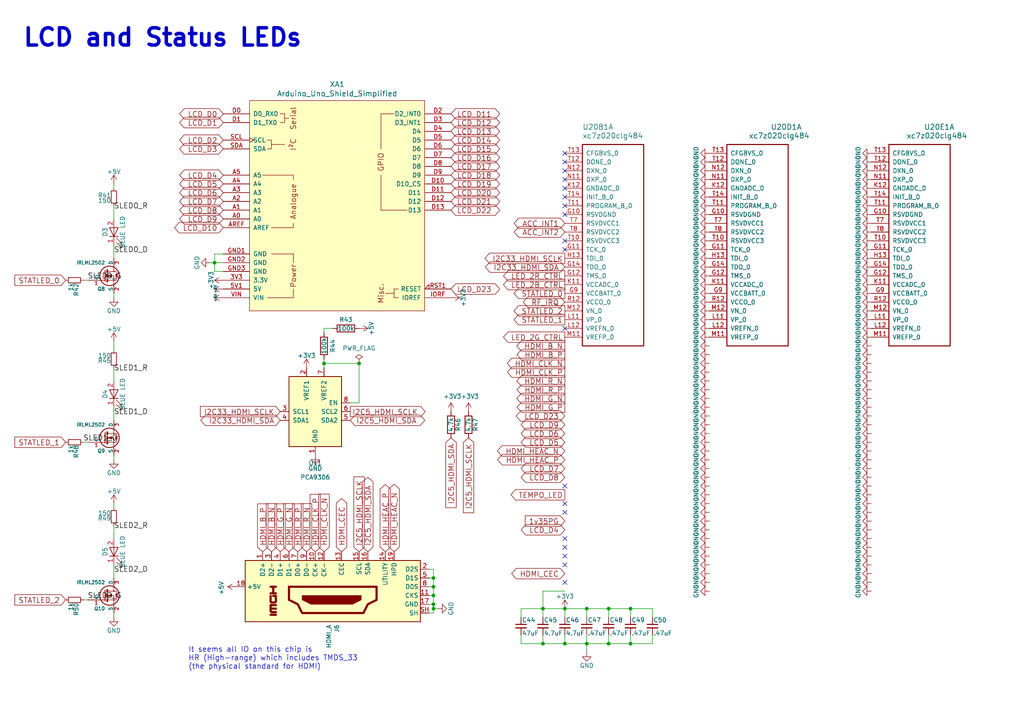
<source format=kicad_sch>
(kicad_sch (version 20231120) (generator "eeschema") (generator_version "8.0")
  (paper "A4")
  (junction (at 93.98 105.41))
  (junction (at 125.73 176.53))
  (junction (at 125.73 170.18))
  (junction (at 163.83 186.69))
  (junction (at 176.53 176.53))
  (junction (at 157.48 186.69))
  (junction (at 125.73 172.72))
  (junction (at 125.73 175.26))
  (junction (at 104.14 105.41))
  (junction (at 182.88 176.53))
  (junction (at 170.18 176.53))
  (junction (at 157.48 176.53))
  (junction (at 170.18 186.69))
  (junction (at 163.83 176.53))
  (junction (at 125.73 167.64))
  (junction (at 182.88 186.69))
  (junction (at 62.23 76.2))
  (junction (at 176.53 186.69))
  (no_connect (at 163.83 163.83))
  (no_connect (at 163.83 46.99))
  (no_connect (at 163.83 168.91))
  (no_connect (at 163.83 49.53))
  (no_connect (at 163.83 44.45))
  (no_connect (at 163.83 148.59))
  (no_connect (at 163.83 95.25))
  (no_connect (at 163.83 158.75))
  (no_connect (at 163.83 72.39))
  (no_connect (at 163.83 140.97))
  (no_connect (at 163.83 156.21))
  (no_connect (at 163.83 54.61))
  (no_connect (at 163.83 59.69))
  (no_connect (at 163.83 62.23))
  (no_connect (at 163.83 146.05))
  (no_connect (at 163.83 57.15))
  (no_connect (at 163.83 52.07))
  (no_connect (at 163.83 69.85))
  (no_connect (at 163.83 161.29))
  (wire (pts (xy 151.13 186.69) (xy 151.13 184.15)))
  (wire (pts (xy 163.83 184.15) (xy 163.83 186.69)))
  (wire (pts (xy 33.02 106.68) (xy 33.02 110.49)))
  (wire (pts (xy 62.23 76.2) (xy 62.23 78.74)))
  (wire (pts (xy 62.23 73.66) (xy 62.23 76.2)))
  (wire (pts (xy 170.18 184.15) (xy 170.18 186.69)))
  (wire (pts (xy 33.02 132.08) (xy 33.02 133.35)))
  (wire (pts (xy 124.46 167.64) (xy 125.73 167.64)))
  (wire (pts (xy 96.52 95.25) (xy 93.98 95.25)))
  (wire (pts (xy 124.46 170.18) (xy 125.73 170.18)))
  (wire (pts (xy 60.96 76.2) (xy 62.23 76.2)))
  (wire (pts (xy 176.53 176.53) (xy 182.88 176.53)))
  (wire (pts (xy 163.83 176.53) (xy 163.83 179.07)))
  (wire (pts (xy 157.48 171.45) (xy 157.48 176.53)))
  (wire (pts (xy 189.23 176.53) (xy 189.23 179.07)))
  (wire (pts (xy 24.13 173.99) (xy 25.4 173.99)))
  (wire (pts (xy 125.73 172.72) (xy 125.73 170.18)))
  (wire (pts (xy 151.13 176.53) (xy 157.48 176.53)))
  (wire (pts (xy 93.98 95.25) (xy 93.98 96.52)))
  (wire (pts (xy 125.73 170.18) (xy 125.73 167.64)))
  (wire (pts (xy 182.88 179.07) (xy 182.88 176.53)))
  (wire (pts (xy 24.13 128.27) (xy 25.4 128.27)))
  (wire (pts (xy 33.02 163.83) (xy 33.02 167.64)))
  (wire (pts (xy 33.02 118.11) (xy 33.02 121.92)))
  (wire (pts (xy 24.13 81.28) (xy 25.4 81.28)))
  (wire (pts (xy 163.83 186.69) (xy 170.18 186.69)))
  (wire (pts (xy 170.18 176.53) (xy 170.18 179.07)))
  (wire (pts (xy 125.73 167.64) (xy 125.73 165.1)))
  (wire (pts (xy 157.48 186.69) (xy 163.83 186.69)))
  (wire (pts (xy 182.88 186.69) (xy 189.23 186.69)))
  (wire (pts (xy 124.46 172.72) (xy 125.73 172.72)))
  (wire (pts (xy 104.14 116.84) (xy 101.6 116.84)))
  (wire (pts (xy 93.98 105.41) (xy 93.98 106.68)))
  (wire (pts (xy 176.53 186.69) (xy 182.88 186.69)))
  (wire (pts (xy 125.73 165.1) (xy 124.46 165.1)))
  (wire (pts (xy 33.02 71.12) (xy 33.02 74.93)))
  (wire (pts (xy 176.53 176.53) (xy 176.53 179.07)))
  (wire (pts (xy 33.02 59.69) (xy 33.02 63.5)))
  (wire (pts (xy 33.02 54.61) (xy 33.02 53.34)))
  (wire (pts (xy 170.18 186.69) (xy 176.53 186.69)))
  (wire (pts (xy 125.73 175.26) (xy 125.73 172.72)))
  (wire (pts (xy 157.48 184.15) (xy 157.48 186.69)))
  (wire (pts (xy 104.14 105.41) (xy 104.14 116.84)))
  (wire (pts (xy 157.48 176.53) (xy 163.83 176.53)))
  (wire (pts (xy 127 176.53) (xy 125.73 176.53)))
  (wire (pts (xy 170.18 186.69) (xy 170.18 189.23)))
  (wire (pts (xy 62.23 76.2) (xy 64.77 76.2)))
  (wire (pts (xy 157.48 176.53) (xy 157.48 179.07)))
  (wire (pts (xy 163.83 176.53) (xy 170.18 176.53)))
  (wire (pts (xy 33.02 85.09) (xy 33.02 86.36)))
  (wire (pts (xy 125.73 176.53) (xy 125.73 175.26)))
  (wire (pts (xy 33.02 177.8) (xy 33.02 179.07)))
  (wire (pts (xy 93.98 105.41) (xy 104.14 105.41)))
  (wire (pts (xy 163.83 171.45) (xy 157.48 171.45)))
  (wire (pts (xy 151.13 186.69) (xy 157.48 186.69)))
  (wire (pts (xy 170.18 176.53) (xy 176.53 176.53)))
  (wire (pts (xy 124.46 177.8) (xy 125.73 177.8)))
  (wire (pts (xy 182.88 184.15) (xy 182.88 186.69)))
  (wire (pts (xy 125.73 177.8) (xy 125.73 176.53)))
  (wire (pts (xy 189.23 186.69) (xy 189.23 184.15)))
  (wire (pts (xy 64.77 73.66) (xy 62.23 73.66)))
  (wire (pts (xy 33.02 99.06) (xy 33.02 101.6)))
  (wire (pts (xy 151.13 179.07) (xy 151.13 176.53)))
  (wire (pts (xy 125.73 175.26) (xy 124.46 175.26)))
  (wire (pts (xy 33.02 147.32) (xy 33.02 146.05)))
  (wire (pts (xy 182.88 176.53) (xy 189.23 176.53)))
  (wire (pts (xy 33.02 152.4) (xy 33.02 156.21)))
  (wire (pts (xy 93.98 104.14) (xy 93.98 105.41)))
  (wire (pts (xy 62.23 78.74) (xy 64.77 78.74)))
  (wire (pts (xy 176.53 184.15) (xy 176.53 186.69)))
  (text "LCD and Status LEDs" (at 6.35 13.97 0) (effects (font (size 5.0038 5.0038) (thickness 1.0008) (bold yes)) (justify left bottom)))
  (text "It seems all IO on this chip is \nHR (High-range) which includes TMDS_33\n(the physical standard for HDMI)" (at 54.61 194.31 0) (effects (font (size 1.524 1.524)) (justify left bottom)))
  (label "SLED1_R" (at 33.02 107.95 0) (effects (font (size 1.524 1.524))))
  (label "SLED2_G" (at 25.4 173.99 0) (effects (font (size 1.524 1.524))))
  (label "SLED2_D" (at 33.02 166.37 0) (effects (font (size 1.524 1.524))))
  (label "SLED1_G" (at 24.13 128.27 0) (effects (font (size 1.524 1.524))))
  (label "SLED2_R" (at 33.02 153.67 0) (effects (font (size 1.524 1.524))))
  (label "SLED0_R" (at 33.02 60.96 0) (effects (font (size 1.524 1.524))))
  (label "SLED1_D" (at 33.02 120.65 0) (effects (font (size 1.524 1.524))))
  (label "SLED0_G" (at 25.4 81.28 0) (effects (font (size 1.524 1.524))))
  (label "SLED0_D" (at 33.02 73.66 0) (effects (font (size 1.524 1.524))))
  (global_label "ACC_INT2" (shape bidirectional) (at 163.83 67.31 180) (effects (font (size 1.524 1.524))) (property "Intersheetrefs" "${INTERSHEET_REFS}" (effects (hide yes))))
  (global_label "LCD_D2" (shape bidirectional) (at 64.77 40.64 180) (effects (font (size 1.524 1.524))) (property "Intersheetrefs" "${INTERSHEET_REFS}" (effects (hide yes))))
  (global_label "STATLED_2" (shape output) (at 163.83 90.17 180) (effects (font (size 1.524 1.524))) (property "Intersheetrefs" "${INTERSHEET_REFS}" (effects (hide yes))))
  (global_label "LCD_D16" (shape bidirectional) (at 130.81 45.72 0) (effects (font (size 1.524 1.524))) (property "Intersheetrefs" "${INTERSHEET_REFS}" (effects (hide yes))))
  (global_label "ACC_INT1" (shape bidirectional) (at 163.83 64.77 180) (effects (font (size 1.524 1.524))) (property "Intersheetrefs" "${INTERSHEET_REFS}" (effects (hide yes))))
  (global_label "STATLED_1" (shape output) (at 163.83 92.71 180) (effects (font (size 1.524 1.524))) (property "Intersheetrefs" "${INTERSHEET_REFS}" (effects (hide yes))))
  (global_label "STATLED_0" (shape output) (at 163.83 85.09 180) (effects (font (size 1.524 1.524))) (property "Intersheetrefs" "${INTERSHEET_REFS}" (effects (hide yes))))
  (global_label "1v35PG" (shape input) (at 163.83 151.13 180) (effects (font (size 1.524 1.524))) (property "Intersheetrefs" "${INTERSHEET_REFS}" (effects (hide yes))))
  (global_label "LCD_D7" (shape bidirectional) (at 163.83 135.89 180) (effects (font (size 1.524 1.524))) (property "Intersheetrefs" "${INTERSHEET_REFS}" (effects (hide yes))))
  (global_label "I2C33_HDMI_SCLK" (shape input) (at 81.28 119.38 180) (effects (font (size 1.524 1.524))) (property "Intersheetrefs" "${INTERSHEET_REFS}" (effects (hide yes))))
  (global_label "LCD_D19" (shape bidirectional) (at 130.81 53.34 0) (effects (font (size 1.524 1.524))) (property "Intersheetrefs" "${INTERSHEET_REFS}" (effects (hide yes))))
  (global_label "I2C33_HDMI_SCLK" (shape output) (at 163.83 74.93 180) (effects (font (size 1.524 1.524))) (property "Intersheetrefs" "${INTERSHEET_REFS}" (effects (hide yes))))
  (global_label "LCD_D9" (shape bidirectional) (at 163.83 123.19 180) (effects (font (size 1.524 1.524))) (property "Intersheetrefs" "${INTERSHEET_REFS}" (effects (hide yes))))
  (global_label "HDMI_HEAC_P" (shape bidirectional) (at 111.76 160.02 90) (effects (font (size 1.524 1.524))) (property "Intersheetrefs" "${INTERSHEET_REFS}" (effects (hide yes))))
  (global_label "HDMI_CEC" (shape bidirectional) (at 163.83 166.37 180) (effects (font (size 1.524 1.524))) (property "Intersheetrefs" "${INTERSHEET_REFS}" (effects (hide yes))))
  (global_label "LCD_D1" (shape bidirectional) (at 64.77 35.56 180) (effects (font (size 1.524 1.524))) (property "Intersheetrefs" "${INTERSHEET_REFS}" (effects (hide yes))))
  (global_label "HDMI_B_N" (shape output) (at 163.83 100.33 180) (effects (font (size 1.524 1.524))) (property "Intersheetrefs" "${INTERSHEET_REFS}" (effects (hide yes))))
  (global_label "HDMI_R_P" (shape output) (at 163.83 113.03 180) (effects (font (size 1.524 1.524))) (property "Intersheetrefs" "${INTERSHEET_REFS}" (effects (hide yes))))
  (global_label "LCD_D5" (shape bidirectional) (at 64.77 53.34 180) (effects (font (size 1.524 1.524))) (property "Intersheetrefs" "${INTERSHEET_REFS}" (effects (hide yes))))
  (global_label "HDMI_HEAC_N" (shape bidirectional) (at 163.83 130.81 180) (effects (font (size 1.524 1.524))) (property "Intersheetrefs" "${INTERSHEET_REFS}" (effects (hide yes))))
  (global_label "TEMPO_LED" (shape output) (at 163.83 143.51 180) (effects (font (size 1.524 1.524))) (property "Intersheetrefs" "${INTERSHEET_REFS}" (effects (hide yes))))
  (global_label "I2C5_HDMI_SDA" (shape input) (at 130.81 127 270) (effects (font (size 1.524 1.524))) (property "Intersheetrefs" "${INTERSHEET_REFS}" (effects (hide yes))))
  (global_label "LCD_D0" (shape bidirectional) (at 64.77 33.02 180) (effects (font (size 1.524 1.524))) (property "Intersheetrefs" "${INTERSHEET_REFS}" (effects (hide yes))))
  (global_label "LED_2R_CTRL" (shape output) (at 163.83 80.01 180) (effects (font (size 1.524 1.524))) (property "Intersheetrefs" "${INTERSHEET_REFS}" (effects (hide yes))))
  (global_label "LCD_D6" (shape bidirectional) (at 64.77 55.88 180) (effects (font (size 1.524 1.524))) (property "Intersheetrefs" "${INTERSHEET_REFS}" (effects (hide yes))))
  (global_label "LCD_D20" (shape bidirectional) (at 130.81 55.88 0) (effects (font (size 1.524 1.524))) (property "Intersheetrefs" "${INTERSHEET_REFS}" (effects (hide yes))))
  (global_label "I2C33_HDMI_SDA" (shape bidirectional) (at 81.28 121.92 180) (effects (font (size 1.524 1.524))) (property "Intersheetrefs" "${INTERSHEET_REFS}" (effects (hide yes))))
  (global_label "I2C5_HDMI_SCLK" (shape output) (at 101.6 119.38 0) (effects (font (size 1.524 1.524))) (property "Intersheetrefs" "${INTERSHEET_REFS}" (effects (hide yes))))
  (global_label "I2C33_HDMI_SDA" (shape bidirectional) (at 163.83 77.47 180) (effects (font (size 1.524 1.524))) (property "Intersheetrefs" "${INTERSHEET_REFS}" (effects (hide yes))))
  (global_label "LCD_D3" (shape bidirectional) (at 64.77 43.18 180) (effects (font (size 1.524 1.524))) (property "Intersheetrefs" "${INTERSHEET_REFS}" (effects (hide yes))))
  (global_label "LCD_D14" (shape bidirectional) (at 130.81 40.64 0) (effects (font (size 1.524 1.524))) (property "Intersheetrefs" "${INTERSHEET_REFS}" (effects (hide yes))))
  (global_label "LCD_D8" (shape bidirectional) (at 163.83 138.43 180) (effects (font (size 1.524 1.524))) (property "Intersheetrefs" "${INTERSHEET_REFS}" (effects (hide yes))))
  (global_label "LCD_D21" (shape bidirectional) (at 130.81 58.42 0) (effects (font (size 1.524 1.524))) (property "Intersheetrefs" "${INTERSHEET_REFS}" (effects (hide yes))))
  (global_label "LCD_D11" (shape bidirectional) (at 130.81 33.02 0) (effects (font (size 1.524 1.524))) (property "Intersheetrefs" "${INTERSHEET_REFS}" (effects (hide yes))))
  (global_label "LED_2G_CTRL" (shape output) (at 163.83 97.79 180) (effects (font (size 1.524 1.524))) (property "Intersheetrefs" "${INTERSHEET_REFS}" (effects (hide yes))))
  (global_label "LCD_D7" (shape bidirectional) (at 64.77 58.42 180) (effects (font (size 1.524 1.524))) (property "Intersheetrefs" "${INTERSHEET_REFS}" (effects (hide yes))))
  (global_label "HDMI_G_P" (shape output) (at 163.83 118.11 180) (effects (font (size 1.524 1.524))) (property "Intersheetrefs" "${INTERSHEET_REFS}" (effects (hide yes))))
  (global_label "LCD_D4" (shape bidirectional) (at 64.77 50.8 180) (effects (font (size 1.524 1.524))) (property "Intersheetrefs" "${INTERSHEET_REFS}" (effects (hide yes))))
  (global_label "HDMI_HEAC_N" (shape bidirectional) (at 114.3 160.02 90) (effects (font (size 1.524 1.524))) (property "Intersheetrefs" "${INTERSHEET_REFS}" (effects (hide yes))))
  (global_label "HDMI_CLK_N" (shape output) (at 163.83 105.41 180) (effects (font (size 1.524 1.524))) (property "Intersheetrefs" "${INTERSHEET_REFS}" (effects (hide yes))))
  (global_label "LCD_D4" (shape bidirectional) (at 163.83 153.67 180) (effects (font (size 1.524 1.524))) (property "Intersheetrefs" "${INTERSHEET_REFS}" (effects (hide yes))))
  (global_label "LCD_D8" (shape bidirectional) (at 64.77 60.96 180) (effects (font (size 1.524 1.524))) (property "Intersheetrefs" "${INTERSHEET_REFS}" (effects (hide yes))))
  (global_label "STATLED_0" (shape input) (at 19.05 81.28 180) (effects (font (size 1.524 1.524))) (property "Intersheetrefs" "${INTERSHEET_REFS}" (effects (hide yes))))
  (global_label "HDMI_R_N" (shape output) (at 163.83 110.49 180) (effects (font (size 1.524 1.524))) (property "Intersheetrefs" "${INTERSHEET_REFS}" (effects (hide yes))))
  (global_label "HDMI_B_N" (shape input) (at 78.74 160.02 90) (effects (font (size 1.524 1.524))) (property "Intersheetrefs" "${INTERSHEET_REFS}" (effects (hide yes))))
  (global_label "LCD_D12" (shape bidirectional) (at 130.81 35.56 0) (effects (font (size 1.524 1.524))) (property "Intersheetrefs" "${INTERSHEET_REFS}" (effects (hide yes))))
  (global_label "HDMI_G_P" (shape input) (at 81.28 160.02 90) (effects (font (size 1.524 1.524))) (property "Intersheetrefs" "${INTERSHEET_REFS}" (effects (hide yes))))
  (global_label "STATLED_2" (shape input) (at 19.05 173.99 180) (effects (font (size 1.524 1.524))) (property "Intersheetrefs" "${INTERSHEET_REFS}" (effects (hide yes))))
  (global_label "RF_IRQ" (shape bidirectional) (at 163.83 87.63 180) (effects (font (size 1.524 1.524))) (property "Intersheetrefs" "${INTERSHEET_REFS}" (effects (hide yes))))
  (global_label "HDMI_CLK_N" (shape input) (at 93.98 160.02 90) (effects (font (size 1.524 1.524))) (property "Intersheetrefs" "${INTERSHEET_REFS}" (effects (hide yes))))
  (global_label "LCD_D5" (shape bidirectional) (at 163.83 128.27 180) (effects (font (size 1.524 1.524))) (property "Intersheetrefs" "${INTERSHEET_REFS}" (effects (hide yes))))
  (global_label "LCD_D15" (shape bidirectional) (at 130.81 43.18 0) (effects (font (size 1.524 1.524))) (property "Intersheetrefs" "${INTERSHEET_REFS}" (effects (hide yes))))
  (global_label "I2C5_HDMI_SCLK" (shape input) (at 135.89 127 270) (effects (font (size 1.524 1.524))) (property "Intersheetrefs" "${INTERSHEET_REFS}" (effects (hide yes))))
  (global_label "HDMI_B_P" (shape output) (at 163.83 102.87 180) (effects (font (size 1.524 1.524))) (property "Intersheetrefs" "${INTERSHEET_REFS}" (effects (hide yes))))
  (global_label "LCD_D18" (shape bidirectional) (at 130.81 50.8 0) (effects (font (size 1.524 1.524))) (property "Intersheetrefs" "${INTERSHEET_REFS}" (effects (hide yes))))
  (global_label "LCD_D10" (shape bidirectional) (at 64.77 66.04 180) (effects (font (size 1.524 1.524))) (property "Intersheetrefs" "${INTERSHEET_REFS}" (effects (hide yes))))
  (global_label "LCD_D17" (shape bidirectional) (at 130.81 48.26 0) (effects (font (size 1.524 1.524))) (property "Intersheetrefs" "${INTERSHEET_REFS}" (effects (hide yes))))
  (global_label "HDMI_HEAC_P" (shape bidirectional) (at 163.83 133.35 180) (effects (font (size 1.524 1.524))) (property "Intersheetrefs" "${INTERSHEET_REFS}" (effects (hide yes))))
  (global_label "I2C5_HDMI_SDA" (shape bidirectional) (at 106.68 160.02 90) (effects (font (size 1.524 1.524))) (property "Intersheetrefs" "${INTERSHEET_REFS}" (effects (hide yes))))
  (global_label "LED_2B_CTRL" (shape output) (at 163.83 82.55 180) (effects (font (size 1.524 1.524))) (property "Intersheetrefs" "${INTERSHEET_REFS}" (effects (hide yes))))
  (global_label "HDMI_CLK_P" (shape input) (at 91.44 160.02 90) (effects (font (size 1.524 1.524))) (property "Intersheetrefs" "${INTERSHEET_REFS}" (effects (hide yes))))
  (global_label "HDMI_CEC" (shape bidirectional) (at 99.06 160.02 90) (effects (font (size 1.524 1.524))) (property "Intersheetrefs" "${INTERSHEET_REFS}" (effects (hide yes))))
  (global_label "HDMI_B_P" (shape input) (at 76.2 160.02 90) (effects (font (size 1.524 1.524))) (property "Intersheetrefs" "${INTERSHEET_REFS}" (effects (hide yes))))
  (global_label "LCD_D22" (shape bidirectional) (at 130.81 60.96 0) (effects (font (size 1.524 1.524))) (property "Intersheetrefs" "${INTERSHEET_REFS}" (effects (hide yes))))
  (global_label "LCD_D13" (shape bidirectional) (at 130.81 38.1 0) (effects (font (size 1.524 1.524))) (property "Intersheetrefs" "${INTERSHEET_REFS}" (effects (hide yes))))
  (global_label "HDMI_R_P" (shape input) (at 86.36 160.02 90) (effects (font (size 1.524 1.524))) (property "Intersheetrefs" "${INTERSHEET_REFS}" (effects (hide yes))))
  (global_label "LCD_D9" (shape bidirectional) (at 64.77 63.5 180) (effects (font (size 1.524 1.524))) (property "Intersheetrefs" "${INTERSHEET_REFS}" (effects (hide yes))))
  (global_label "HDMI_G_N" (shape output) (at 163.83 115.57 180) (effects (font (size 1.524 1.524))) (property "Intersheetrefs" "${INTERSHEET_REFS}" (effects (hide yes))))
  (global_label "HDMI_CLK_P" (shape output) (at 163.83 107.95 180) (effects (font (size 1.524 1.524))) (property "Intersheetrefs" "${INTERSHEET_REFS}" (effects (hide yes))))
  (global_label "LCD_D6" (shape bidirectional) (at 163.83 125.73 180) (effects (font (size 1.524 1.524))) (property "Intersheetrefs" "${INTERSHEET_REFS}" (effects (hide yes))))
  (global_label "HDMI_R_N" (shape input) (at 88.9 160.02 90) (effects (font (size 1.524 1.524))) (property "Intersheetrefs" "${INTERSHEET_REFS}" (effects (hide yes))))
  (global_label "I2C5_HDMI_SCLK" (shape input) (at 104.14 160.02 90) (effects (font (size 1.524 1.524))) (property "Intersheetrefs" "${INTERSHEET_REFS}" (effects (hide yes))))
  (global_label "I2C5_HDMI_SDA" (shape bidirectional) (at 101.6 121.92 0) (effects (font (size 1.524 1.524))) (property "Intersheetrefs" "${INTERSHEET_REFS}" (effects (hide yes))))
  (global_label "LCD_D23" (shape bidirectional) (at 163.83 120.65 180) (effects (font (size 1.524 1.524))) (property "Intersheetrefs" "${INTERSHEET_REFS}" (effects (hide yes))))
  (global_label "LCD_D23" (shape bidirectional) (at 130.81 83.82 0) (effects (font (size 1.524 1.524))) (property "Intersheetrefs" "${INTERSHEET_REFS}" (effects (hide yes))))
  (global_label "HDMI_G_N" (shape input) (at 83.82 160.02 90) (effects (font (size 1.524 1.524))) (property "Intersheetrefs" "${INTERSHEET_REFS}" (effects (hide yes))))
  (global_label "STATLED_1" (shape input) (at 19.05 128.27 180) (effects (font (size 1.524 1.524))) (property "Intersheetrefs" "${INTERSHEET_REFS}" (effects (hide yes))))
  (symbol (lib_id "Device:C_Small") (at 151.13 181.61 0) (unit 1)
    (property "Reference" "C44" (at 151.384 179.832 0) (effects (justify left)))
    (property "Value" "47uF" (at 151.384 183.642 0) (effects (justify left)))
    (property "Footprint" "Capacitor_SMD:C_1210_3225Metric" (effects (hide yes)))
    (property "MFR" "Murata Manufacturing Co Ltd" (effects (hide yes)))
    (property "MPN" "GRM32ER70J476ME20L" (effects (hide yes)))
    (property "SPR" "Digikey" (effects (hide yes)))
    (property "SPN" "490-6542-1-ND" (effects (hide yes)))
  )
  (symbol (lib_id "Device:C_Small") (at 157.48 181.61 0) (unit 1)
    (property "Reference" "C45" (at 157.734 179.832 0) (effects (justify left)))
    (property "Value" "4.7uF" (at 157.734 183.642 0) (effects (justify left)))
    (property "Footprint" "Capacitor_SMD:C_0402_1005Metric" (effects (hide yes)))
    (property "MFR" "Murata" (effects (hide yes)))
    (property "MPN" "GRM155R60G475ME47D" (effects (hide yes)))
    (property "SPR" "Digikey" (effects (hide yes)))
    (property "SPN" "490-11980-1-ND" (effects (hide yes)))
  )
  (symbol (lib_id "Device:C_Small") (at 163.83 181.61 0) (unit 1)
    (property "Reference" "C46" (at 164.084 179.832 0) (effects (justify left)))
    (property "Value" "4.7uF" (at 164.084 183.642 0) (effects (justify left)))
    (property "Footprint" "Capacitor_SMD:C_0402_1005Metric" (effects (hide yes)))
    (property "MFR" "Murata" (effects (hide yes)))
    (property "MPN" "GRM155R60G475ME47D" (effects (hide yes)))
    (property "SPR" "Digikey" (effects (hide yes)))
    (property "SPN" "490-11980-1-ND" (effects (hide yes)))
  )
  (symbol (lib_id "Device:C_Small") (at 170.18 181.61 0) (unit 1)
    (property "Reference" "C47" (at 170.434 179.832 0) (effects (justify left)))
    (property "Value" ".47uF" (at 170.434 183.642 0) (effects (justify left)))
    (property "Footprint" "Capacitor_SMD:C_0402_1005Metric" (effects (hide yes)))
    (property "MFR" "Yageo" (effects (hide yes)))
    (property "MPN" "CC0402KRX5R5BB474" (effects (hide yes)))
    (property "SPR" "Digikey" (effects (hide yes)))
    (property "SPN" "311-1684-1-ND" (effects (hide yes)))
  )
  (symbol (lib_id "Device:C_Small") (at 176.53 181.61 0) (unit 1)
    (property "Reference" "C48" (at 176.784 179.832 0) (effects (justify left)))
    (property "Value" ".47uF" (at 176.784 183.642 0) (effects (justify left)))
    (property "Footprint" "Capacitor_SMD:C_0402_1005Metric" (effects (hide yes)))
    (property "MFR" "Yageo" (effects (hide yes)))
    (property "MPN" "CC0402KRX5R5BB474" (effects (hide yes)))
    (property "SPR" "Digikey" (effects (hide yes)))
    (property "SPN" "311-1684-1-ND" (effects (hide yes)))
  )
  (symbol (lib_id "Device:C_Small") (at 182.88 181.61 0) (unit 1)
    (property "Reference" "C49" (at 183.134 179.832 0) (effects (justify left)))
    (property "Value" ".47uF" (at 183.134 183.642 0) (effects (justify left)))
    (property "Footprint" "Capacitor_SMD:C_0402_1005Metric" (effects (hide yes)))
    (property "MFR" "Yageo" (effects (hide yes)))
    (property "MPN" "CC0402KRX5R5BB474" (effects (hide yes)))
    (property "SPR" "Digikey" (effects (hide yes)))
    (property "SPN" "311-1684-1-ND" (effects (hide yes)))
  )
  (symbol (lib_id "Device:C_Small") (at 189.23 181.61 0) (unit 1)
    (property "Reference" "C50" (at 189.484 179.832 0) (effects (justify left)))
    (property "Value" ".47uF" (at 189.484 183.642 0) (effects (justify left)))
    (property "Footprint" "Capacitor_SMD:C_0402_1005Metric" (effects (hide yes)))
    (property "MFR" "Yageo" (effects (hide yes)))
    (property "MPN" "CC0402KRX5R5BB474" (effects (hide yes)))
    (property "SPR" "Digikey" (effects (hide yes)))
    (property "SPN" "311-1684-1-ND" (effects (hide yes)))
  )
  (symbol (lib_id "DFTBoard-rescue:GND-power") (at 170.18 189.23 0) (unit 1)
    (property "Reference" "#PWR0213" (effects (hide yes)))
    (property "Value" "GND" (at 170.18 193.04 0))
  )
  (symbol (lib_id "DFTBoard-rescue:IRLML2502-") (at 30.48 127 0) (unit 1)
    (property "Reference" "Q9" (at 30.48 130.7846 0) (effects (font (size 1.016 1.016)) (justify right)))
    (property "Value" "IRLML2502" (at 30.48 123.19 0) (effects (font (size 1.016 1.016)) (justify right)))
    (property "Footprint" "Package_TO_SOT_SMD:SOT-23" (effects (hide yes)))
    (property "MFR" "Infineon Technologies AG" (effects (hide yes)))
    (property "MPN" "IRLML2502TRPBF" (effects (hide yes)))
    (property "SPR" "Digikey" (effects (hide yes)))
    (property "SPN" "IRLML2502PBFCT-ND" (effects (hide yes)))
  )
  (symbol (lib_id "DFTBoard-rescue:IRLML2502-") (at 30.48 80.01 0) (unit 1)
    (property "Reference" "Q8" (at 30.48 83.7946 0) (effects (font (size 1.016 1.016)) (justify right)))
    (property "Value" "IRLML2502" (at 30.48 76.2 0) (effects (font (size 1.016 1.016)) (justify right)))
    (property "Footprint" "Package_TO_SOT_SMD:SOT-23" (effects (hide yes)))
    (property "MFR" "Infineon Technologies AG" (effects (hide yes)))
    (property "MPN" "IRLML2502TRPBF" (effects (hide yes)))
    (property "SPR" "Digikey" (effects (hide yes)))
    (property "SPN" "IRLML2502PBFCT-ND" (effects (hide yes)))
  )
  (symbol (lib_id "DFTBoard-rescue:GND-power") (at 33.02 133.35 0) (unit 1)
    (property "Reference" "#PWR0175" (effects (hide yes)))
    (property "Value" "GND" (at 33.02 137.16 0))
  )
  (symbol (lib_id "DFTBoard-rescue:GND-power") (at 33.02 86.36 0) (unit 1)
    (property "Reference" "#PWR0130" (effects (hide yes)))
    (property "Value" "GND" (at 33.02 90.17 0))
  )
  (symbol (lib_id "Device:R_Small") (at 21.59 128.27 270) (unit 1)
    (property "Reference" "R48" (at 22.098 129.032 0) (effects (justify left)))
    (property "Value" "1k" (at 20.574 129.032 0) (effects (justify left)))
    (property "Footprint" "Resistor_SMD:R_0402_1005Metric" (effects (hide yes)))
    (property "MFR" "Yageo" (effects (hide yes)))
    (property "MPN" "RC0402FR-071KL" (effects (hide yes)))
    (property "SPR" "Digikey" (effects (hide yes)))
    (property "SPN" "311-1.00KLRCT-ND" (effects (hide yes)))
  )
  (symbol (lib_id "Device:R_Small") (at 21.59 81.28 270) (unit 1)
    (property "Reference" "R42" (at 22.098 82.042 0) (effects (justify left)))
    (property "Value" "1k" (at 20.574 82.042 0) (effects (justify left)))
    (property "Footprint" "Resistor_SMD:R_0402_1005Metric" (effects (hide yes)))
    (property "MFR" "Yageo" (effects (hide yes)))
    (property "MPN" "RC0402FR-071KL" (effects (hide yes)))
    (property "SPR" "Digikey" (effects (hide yes)))
    (property "SPN" "311-1.00KLRCT-ND" (effects (hide yes)))
  )
  (symbol (lib_id "DFTBoard-rescue:LED-") (at 33.02 114.3 90) (unit 1)
    (property "Reference" "D4" (at 30.48 114.3 0))
    (property "Value" "BLUE LED" (at 35.56 114.3 0))
    (property "Footprint" "Capacitor_SMD:C_0603_1608Metric" (effects (hide yes)))
    (property "MFR" "Vishay Semiconductors" (effects (hide yes)))
    (property "MPN" "VLMB1300-GS08" (effects (hide yes)))
    (property "SPR" "Digikey" (effects (hide yes)))
    (property "SPN" "VLMB1300-GS08CT-ND" (effects (hide yes)))
  )
  (symbol (lib_id "DFTBoard-rescue:LED-") (at 33.02 67.31 90) (unit 1)
    (property "Reference" "D3" (at 30.48 67.31 0))
    (property "Value" "BLUE LED" (at 35.56 67.31 0))
    (property "Footprint" "Capacitor_SMD:C_0603_1608Metric" (effects (hide yes)))
    (property "MFR" "Vishay Semiconductors" (effects (hide yes)))
    (property "MPN" "VLMB1300-GS08" (effects (hide yes)))
    (property "SPR" "Digikey" (effects (hide yes)))
    (property "SPN" "VLMB1300-GS08CT-ND" (effects (hide yes)))
  )
  (symbol (lib_id "Device:R_Small") (at 33.02 104.14 180) (unit 1)
    (property "Reference" "R45" (at 32.258 104.648 0) (effects (justify left)))
    (property "Value" "150" (at 32.258 103.124 0) (effects (justify left)))
    (property "Footprint" "Resistor_SMD:R_0402_1005Metric" (effects (hide yes)))
    (property "MFR" "Yageo" (effects (hide yes)))
    (property "MPN" "RC0402FR-07150RL" (effects (hide yes)))
    (property "SPR" "Digikey" (effects (hide yes)))
    (property "SPN" "311-150LRTR-ND" (effects (hide yes)))
  )
  (symbol (lib_id "Device:R_Small") (at 33.02 57.15 0) (mirror y) (unit 1)
    (property "Reference" "R41" (at 32.258 56.642 0) (effects (justify left)))
    (property "Value" "150" (at 32.258 58.166 0) (effects (justify left)))
    (property "Footprint" "Resistor_SMD:R_0402_1005Metric" (effects (hide yes)))
    (property "MFR" "Yageo" (effects (hide yes)))
    (property "MPN" "RC0402FR-07150RL" (effects (hide yes)))
    (property "SPR" "Digikey" (effects (hide yes)))
    (property "SPN" "311-150LRTR-ND" (effects (hide yes)))
  )
  (symbol (lib_id "DFTBoard-rescue:+5V-power") (at 33.02 99.06 0) (unit 1)
    (property "Reference" "#PWR0144" (effects (hide yes)))
    (property "Value" "+5V" (at 33.02 95.504 0))
  )
  (symbol (lib_id "DFTBoard-rescue:+5V-power") (at 33.02 53.34 0) (unit 1)
    (property "Reference" "#PWR0100" (effects (hide yes)))
    (property "Value" "+5V" (at 33.02 49.784 0))
  )
  (symbol (lib_id "DFTBoard-rescue:IRLML2502-") (at 30.48 172.72 0) (unit 1)
    (property "Reference" "Q10" (at 30.48 176.5046 0) (effects (font (size 1.016 1.016)) (justify right)))
    (property "Value" "IRLML2502" (at 30.48 168.91 0) (effects (font (size 1.016 1.016)) (justify right)))
    (property "Footprint" "Package_TO_SOT_SMD:SOT-23" (effects (hide yes)))
    (property "MFR" "Infineon Technologies AG" (effects (hide yes)))
    (property "MPN" "IRLML2502TRPBF" (effects (hide yes)))
    (property "SPR" "Digikey" (effects (hide yes)))
    (property "SPN" "IRLML2502PBFCT-ND" (effects (hide yes)))
  )
  (symbol (lib_id "DFTBoard-rescue:GND-power") (at 33.02 179.07 0) (unit 1)
    (property "Reference" "#PWR0212" (effects (hide yes)))
    (property "Value" "GND" (at 33.02 182.88 0))
  )
  (symbol (lib_id "Device:R_Small") (at 21.59 173.99 270) (unit 1)
    (property "Reference" "R50" (at 22.098 174.752 0) (effects (justify left)))
    (property "Value" "1k" (at 20.574 174.752 0) (effects (justify left)))
    (property "Footprint" "Resistor_SMD:R_0402_1005Metric" (effects (hide yes)))
    (property "MFR" "Yageo" (effects (hide yes)))
    (property "MPN" "RC0402FR-071KL" (effects (hide yes)))
    (property "SPR" "Digikey" (effects (hide yes)))
    (property "SPN" "311-1.00KLRCT-ND" (effects (hide yes)))
  )
  (symbol (lib_id "DFTBoard-rescue:LED-") (at 33.02 160.02 90) (unit 1)
    (property "Reference" "D5" (at 30.48 160.02 0))
    (property "Value" "BLUE LED" (at 35.56 160.02 0))
    (property "Footprint" "Capacitor_SMD:C_0603_1608Metric" (effects (hide yes)))
    (property "MFR" "Vishay Semiconductors" (effects (hide yes)))
    (property "MPN" "VLMB1300-GS08" (effects (hide yes)))
    (property "SPR" "Digikey" (effects (hide yes)))
    (property "SPN" "VLMB1300-GS08CT-ND" (effects (hide yes)))
  )
  (symbol (lib_id "Device:R_Small") (at 33.02 149.86 180) (unit 1)
    (property "Reference" "R49" (at 32.258 150.368 0) (effects (justify left)))
    (property "Value" "150" (at 32.258 148.844 0) (effects (justify left)))
    (property "Footprint" "Resistor_SMD:R_0402_1005Metric" (effects (hide yes)))
    (property "MFR" "Yageo" (effects (hide yes)))
    (property "MPN" "RC0402FR-07150RL" (effects (hide yes)))
    (property "SPR" "Digikey" (effects (hide yes)))
    (property "SPN" "311-150LRTR-ND" (effects (hide yes)))
  )
  (symbol (lib_id "DFTBoard-rescue:+5V-power") (at 33.02 146.05 0) (unit 1)
    (property "Reference" "#PWR0186" (effects (hide yes)))
    (property "Value" "+5V" (at 33.02 142.494 0))
  )
  (symbol (lib_id "xilinx7:xc7z020clg484") (at 163.83 44.45 0) (unit 1)
    (property "Reference" "U20B1" (at 168.91 36.83 0) (effects (font (size 1.524 1.524)) (justify left)))
    (property "Value" "xc7z020clg484" (at 168.91 39.37 0) (effects (font (size 1.524 1.524)) (justify left)))
    (property "Footprint" "DFTcustom:BGA-484_19.0x19.0mm_Layout22x22_P0.80mm_dia0.40mm" (effects (hide yes)))
    (property "MFR" "Xilinx" (effects (hide yes)))
    (property "MPN" "XC7Z020-1CLG484C" (effects (hide yes)))
    (property "SPR" "Digikey" (effects (hide yes)))
    (property "SPN" "122-1850-ND" (effects (hide yes)))
    (property "SPURL" "-" (effects (hide yes)))
  )
  (symbol (lib_id "DFTBoard-rescue:GND-power") (at 60.96 76.2 270) (unit 1)
    (property "Reference" "#PWR0119" (effects (hide yes)))
    (property "Value" "GND" (at 57.15 76.2 0))
  )
  (symbol (lib_id "DFTBoard-rescue:+3V3-power") (at 64.77 81.28 90) (unit 1)
    (property "Reference" "#PWR0124" (effects (hide yes)))
    (property "Value" "+3V3" (at 61.214 81.28 0))
  )
  (symbol (lib_id "DFTBoard-rescue:+3V3-power") (at 130.81 86.36 270) (unit 1)
    (property "Reference" "#PWR0132" (effects (hide yes)))
    (property "Value" "+3V3" (at 134.366 86.36 0))
  )
  (symbol (lib_id "Connector:HDMI_A") (at 96.52 170.18 90) (mirror x) (unit 1)
    (property "Reference" "J6" (at 97.6884 181.102 0) (effects (justify left)))
    (property "Value" "HDMI_A" (at 95.377 181.102 0) (effects (justify left)))
    (property "Footprint" "DFTcustom:10029449-111RLF" (effects (hide yes)))
    (property "Datasheet" "https://en.wikipedia.org/wiki/HDMI" (effects (hide yes)))
    (property "MFR" "Amphenol ICC" (effects (hide yes)))
    (property "MPN" "10029449-111RLF" (effects (hide yes)))
    (property "SPR" "Digikey" (effects (hide yes)))
    (property "SPN" "609-4614-1-ND" (effects (hide yes)))
    (property "SPURL" "-" (effects (hide yes)))
  )
  (symbol (lib_id "DFTBoard-rescue:+5V-power") (at 68.58 170.18 90) (mirror x) (unit 1)
    (property "Reference" "#PWR0207" (effects (hide yes)))
    (property "Value" "+5V" (at 64.1858 170.561 0))
  )
  (symbol (lib_id "DFTBoard-rescue:GND-power") (at 127 176.53 90) (mirror x) (unit 1)
    (property "Reference" "#PWR0210" (effects (hide yes)))
    (property "Value" "GND" (at 130.81 176.53 0))
  )
  (symbol (lib_id "xilinx7:xc7z020clg484") (at 205.74 44.45 0) (unit 1)
    (property "Reference" "U20D1" (at 223.52 36.83 0) (effects (font (size 1.524 1.524)) (justify left)))
    (property "Value" "xc7z020clg484" (at 217.17 39.37 0) (effects (font (size 1.524 1.524)) (justify left)))
    (property "Footprint" "DFTcustom:BGA-484_19.0x19.0mm_Layout22x22_P0.80mm_dia0.40mm" (effects (hide yes)))
    (property "MFR" "Xilinx" (effects (hide yes)))
    (property "MPN" "XC7Z020-1CLG484C" (effects (hide yes)))
    (property "SPR" "Digikey" (effects (hide yes)))
    (property "SPN" "122-1850-ND" (effects (hide yes)))
    (property "SPURL" "-" (effects (hide yes)))
  )
  (symbol (lib_id "DFTBoard-rescue:+5V-power") (at 64.77 83.82 90) (unit 1)
    (property "Reference" "#PWR0127" (effects (hide yes)))
    (property "Value" "+5V" (at 62.484 83.82 0) (effects (font (size 0.762 0.762))))
  )
  (symbol (lib_id "xilinx7:xc7z020clg484") (at 252.73 44.45 0) (unit 1)
    (property "Reference" "U20E1" (at 267.97 36.83 0) (effects (font (size 1.524 1.524)) (justify left)))
    (property "Value" "xc7z020clg484" (at 262.89 39.37 0) (effects (font (size 1.524 1.524)) (justify left)))
    (property "Footprint" "DFTcustom:BGA-484_19.0x19.0mm_Layout22x22_P0.80mm_dia0.40mm" (effects (hide yes)))
    (property "MFR" "Xilinx" (effects (hide yes)))
    (property "MPN" "XC7Z020-1CLG484C" (effects (hide yes)))
    (property "SPR" "Digikey" (effects (hide yes)))
    (property "SPN" "122-1850-ND" (effects (hide yes)))
    (property "SPURL" "-" (effects (hide yes)))
  )
  (symbol (lib_id "DFTBoard-rescue:GND-power") (at 205.74 44.45 270) (unit 1)
    (property "Reference" "#PWR092" (effects (hide yes)))
    (property "Value" "GND" (at 201.93 44.45 0))
  )
  (symbol (lib_id "Interface:PCA9306") (at 91.44 119.38 0) (unit 1)
    (property "Reference" "U11" (at 91.44 134.3406 0))
    (property "Value" "PCA9306" (at 91.44 138.43 0))
    (property "Footprint" "Package_SO:SSOP-8_2.95x2.8mm_P0.65mm" (effects (hide yes)))
    (property "Datasheet" "http://www.ti.com/lit/ds/symlink/pca9306.pdf" (effects (hide yes)))
    (property "MFR" "Texas Instruments" (effects (hide yes)))
    (property "MPN" "PCA9306DCTR" (effects (hide yes)))
    (property "SPR" "Digikey" (effects (hide yes)))
    (property "SPN" "296-18509-2-ND" (effects (hide yes)))
    (property "SPURL" "-" (effects (hide yes)))
  )
  (symbol (lib_id "DFTBoard-rescue:GND-power") (at 205.74 46.99 270) (unit 1)
    (property "Reference" "#PWR094" (effects (hide yes)))
    (property "Value" "GND" (at 201.93 46.99 0))
  )
  (symbol (lib_id "DFTBoard-rescue:GND-power") (at 205.74 49.53 270) (unit 1)
    (property "Reference" "#PWR096" (effects (hide yes)))
    (property "Value" "GND" (at 201.93 49.53 0))
  )
  (symbol (lib_id "DFTBoard-rescue:GND-power") (at 205.74 52.07 270) (unit 1)
    (property "Reference" "#PWR098" (effects (hide yes)))
    (property "Value" "GND" (at 201.93 52.07 0))
  )
  (symbol (lib_id "DFTBoard-rescue:GND-power") (at 205.74 54.61 270) (unit 1)
    (property "Reference" "#PWR0101" (effects (hide yes)))
    (property "Value" "GND" (at 201.93 54.61 0))
  )
  (symbol (lib_id "DFTBoard-rescue:GND-power") (at 205.74 57.15 270) (unit 1)
    (property "Reference" "#PWR0103" (effects (hide yes)))
    (property "Value" "GND" (at 201.93 57.15 0))
  )
  (symbol (lib_id "DFTBoard-rescue:GND-power") (at 205.74 59.69 270) (unit 1)
    (property "Reference" "#PWR0105" (effects (hide yes)))
    (property "Value" "GND" (at 201.93 59.69 0))
  )
  (symbol (lib_id "DFTBoard-rescue:GND-power") (at 205.74 62.23 270) (unit 1)
    (property "Reference" "#PWR0107" (effects (hide yes)))
    (property "Value" "GND" (at 201.93 62.23 0))
  )
  (symbol (lib_id "DFTBoard-rescue:GND-power") (at 205.74 64.77 270) (unit 1)
    (property "Reference" "#PWR0109" (effects (hide yes)))
    (property "Value" "GND" (at 201.93 64.77 0))
  )
  (symbol (lib_id "DFTBoard-rescue:GND-power") (at 205.74 67.31 270) (unit 1)
    (property "Reference" "#PWR0111" (effects (hide yes)))
    (property "Value" "GND" (at 201.93 67.31 0))
  )
  (symbol (lib_id "DFTBoard-rescue:GND-power") (at 205.74 69.85 270) (unit 1)
    (property "Reference" "#PWR0113" (effects (hide yes)))
    (property "Value" "GND" (at 201.93 69.85 0))
  )
  (symbol (lib_id "DFTBoard-rescue:GND-power") (at 205.74 72.39 270) (unit 1)
    (property "Reference" "#PWR0115" (effects (hide yes)))
    (property "Value" "GND" (at 201.93 72.39 0))
  )
  (symbol (lib_id "DFTBoard-rescue:GND-power") (at 205.74 74.93 270) (unit 1)
    (property "Reference" "#PWR0117" (effects (hide yes)))
    (property "Value" "GND" (at 201.93 74.93 0))
  )
  (symbol (lib_id "DFTBoard-rescue:GND-power") (at 205.74 77.47 270) (unit 1)
    (property "Reference" "#PWR0120" (effects (hide yes)))
    (property "Value" "GND" (at 201.93 77.47 0))
  )
  (symbol (lib_id "DFTBoard-rescue:GND-power") (at 205.74 80.01 270) (unit 1)
    (property "Reference" "#PWR0122" (effects (hide yes)))
    (property "Value" "GND" (at 201.93 80.01 0))
  )
  (symbol (lib_id "DFTBoard-rescue:GND-power") (at 205.74 82.55 270) (unit 1)
    (property "Reference" "#PWR0125" (effects (hide yes)))
    (property "Value" "GND" (at 201.93 82.55 0))
  )
  (symbol (lib_id "DFTBoard-rescue:GND-power") (at 205.74 85.09 270) (unit 1)
    (property "Reference" "#PWR0128" (effects (hide yes)))
    (property "Value" "GND" (at 201.93 85.09 0))
  )
  (symbol (lib_id "DFTBoard-rescue:GND-power") (at 205.74 87.63 270) (unit 1)
    (property "Reference" "#PWR0133" (effects (hide yes)))
    (property "Value" "GND" (at 201.93 87.63 0))
  )
  (symbol (lib_id "DFTBoard-rescue:GND-power") (at 205.74 90.17 270) (unit 1)
    (property "Reference" "#PWR0135" (effects (hide yes)))
    (property "Value" "GND" (at 201.93 90.17 0))
  )
  (symbol (lib_id "DFTBoard-rescue:GND-power") (at 205.74 92.71 270) (unit 1)
    (property "Reference" "#PWR0137" (effects (hide yes)))
    (property "Value" "GND" (at 201.93 92.71 0))
  )
  (symbol (lib_id "DFTBoard-rescue:GND-power") (at 205.74 95.25 270) (unit 1)
    (property "Reference" "#PWR0140" (effects (hide yes)))
    (property "Value" "GND" (at 201.93 95.25 0))
  )
  (symbol (lib_id "DFTBoard-rescue:GND-power") (at 205.74 97.79 270) (unit 1)
    (property "Reference" "#PWR0142" (effects (hide yes)))
    (property "Value" "GND" (at 201.93 97.79 0))
  )
  (symbol (lib_id "DFTBoard-rescue:GND-power") (at 205.74 100.33 270) (unit 1)
    (property "Reference" "#PWR0145" (effects (hide yes)))
    (property "Value" "GND" (at 201.93 100.33 0))
  )
  (symbol (lib_id "DFTBoard-rescue:GND-power") (at 205.74 102.87 270) (unit 1)
    (property "Reference" "#PWR0147" (effects (hide yes)))
    (property "Value" "GND" (at 201.93 102.87 0))
  )
  (symbol (lib_id "DFTBoard-rescue:GND-power") (at 205.74 105.41 270) (unit 1)
    (property "Reference" "#PWR0149" (effects (hide yes)))
    (property "Value" "GND" (at 201.93 105.41 0))
  )
  (symbol (lib_id "DFTBoard-rescue:GND-power") (at 205.74 107.95 270) (unit 1)
    (property "Reference" "#PWR0152" (effects (hide yes)))
    (property "Value" "GND" (at 201.93 107.95 0))
  )
  (symbol (lib_id "DFTBoard-rescue:GND-power") (at 205.74 110.49 270) (unit 1)
    (property "Reference" "#PWR0154" (effects (hide yes)))
    (property "Value" "GND" (at 201.93 110.49 0))
  )
  (symbol (lib_id "DFTBoard-rescue:GND-power") (at 205.74 113.03 270) (unit 1)
    (property "Reference" "#PWR0156" (effects (hide yes)))
    (property "Value" "GND" (at 201.93 113.03 0))
  )
  (symbol (lib_id "DFTBoard-rescue:GND-power") (at 205.74 115.57 270) (unit 1)
    (property "Reference" "#PWR0158" (effects (hide yes)))
    (property "Value" "GND" (at 201.93 115.57 0))
  )
  (symbol (lib_id "DFTBoard-rescue:GND-power") (at 205.74 118.11 270) (unit 1)
    (property "Reference" "#PWR0160" (effects (hide yes)))
    (property "Value" "GND" (at 201.93 118.11 0))
  )
  (symbol (lib_id "DFTBoard-rescue:GND-power") (at 205.74 120.65 270) (unit 1)
    (property "Reference" "#PWR0164" (effects (hide yes)))
    (property "Value" "GND" (at 201.93 120.65 0))
  )
  (symbol (lib_id "DFTBoard-rescue:GND-power") (at 205.74 123.19 270) (unit 1)
    (property "Reference" "#PWR0166" (effects (hide yes)))
    (property "Value" "GND" (at 201.93 123.19 0))
  )
  (symbol (lib_id "DFTBoard-rescue:GND-power") (at 205.74 125.73 270) (unit 1)
    (property "Reference" "#PWR0168" (effects (hide yes)))
    (property "Value" "GND" (at 201.93 125.73 0))
  )
  (symbol (lib_id "DFTBoard-rescue:GND-power") (at 205.74 128.27 270) (unit 1)
    (property "Reference" "#PWR0170" (effects (hide yes)))
    (property "Value" "GND" (at 201.93 128.27 0))
  )
  (symbol (lib_id "DFTBoard-rescue:GND-power") (at 205.74 130.81 270) (unit 1)
    (property "Reference" "#PWR0172" (effects (hide yes)))
    (property "Value" "GND" (at 201.93 130.81 0))
  )
  (symbol (lib_id "DFTBoard-rescue:GND-power") (at 205.74 133.35 270) (unit 1)
    (property "Reference" "#PWR0176" (effects (hide yes)))
    (property "Value" "GND" (at 201.93 133.35 0))
  )
  (symbol (lib_id "DFTBoard-rescue:GND-power") (at 205.74 135.89 270) (unit 1)
    (property "Reference" "#PWR0178" (effects (hide yes)))
    (property "Value" "GND" (at 201.93 135.89 0))
  )
  (symbol (lib_id "DFTBoard-rescue:GND-power") (at 205.74 138.43 270) (unit 1)
    (property "Reference" "#PWR0180" (effects (hide yes)))
    (property "Value" "GND" (at 201.93 138.43 0))
  )
  (symbol (lib_id "DFTBoard-rescue:GND-power") (at 205.74 140.97 270) (unit 1)
    (property "Reference" "#PWR0182" (effects (hide yes)))
    (property "Value" "GND" (at 201.93 140.97 0))
  )
  (symbol (lib_id "DFTBoard-rescue:GND-power") (at 205.74 143.51 270) (unit 1)
    (property "Reference" "#PWR0184" (effects (hide yes)))
    (property "Value" "GND" (at 201.93 143.51 0))
  )
  (symbol (lib_id "DFTBoard-rescue:GND-power") (at 205.74 146.05 270) (unit 1)
    (property "Reference" "#PWR0187" (effects (hide yes)))
    (property "Value" "GND" (at 201.93 146.05 0))
  )
  (symbol (lib_id "DFTBoard-rescue:GND-power") (at 205.74 148.59 270) (unit 1)
    (property "Reference" "#PWR0189" (effects (hide yes)))
    (property "Value" "GND" (at 201.93 148.59 0))
  )
  (symbol (lib_id "DFTBoard-rescue:GND-power") (at 205.74 151.13 270) (unit 1)
    (property "Reference" "#PWR0191" (effects (hide yes)))
    (property "Value" "GND" (at 201.93 151.13 0))
  )
  (symbol (lib_id "DFTBoard-rescue:GND-power") (at 205.74 153.67 270) (unit 1)
    (property "Reference" "#PWR0193" (effects (hide yes)))
    (property "Value" "GND" (at 201.93 153.67 0))
  )
  (symbol (lib_id "DFTBoard-rescue:GND-power") (at 205.74 156.21 270) (unit 1)
    (property "Reference" "#PWR0195" (effects (hide yes)))
    (property "Value" "GND" (at 201.93 156.21 0))
  )
  (symbol (lib_id "DFTBoard-rescue:GND-power") (at 205.74 158.75 270) (unit 1)
    (property "Reference" "#PWR0197" (effects (hide yes)))
    (property "Value" "GND" (at 201.93 158.75 0))
  )
  (symbol (lib_id "DFTBoard-rescue:GND-power") (at 205.74 161.29 270) (unit 1)
    (property "Reference" "#PWR0199" (effects (hide yes)))
    (property "Value" "GND" (at 201.93 161.29 0))
  )
  (symbol (lib_id "DFTBoard-rescue:GND-power") (at 205.74 163.83 270) (unit 1)
    (property "Reference" "#PWR0201" (effects (hide yes)))
    (property "Value" "GND" (at 201.93 163.83 0))
  )
  (symbol (lib_id "DFTBoard-rescue:+3V3-power") (at 88.9 106.68 0) (unit 1)
    (property "Reference" "#PWR0151" (effects (hide yes)))
    (property "Value" "+3V3" (at 88.9 103.124 0))
  )
  (symbol (lib_id "DFTBoard-rescue:GND-power") (at 205.74 166.37 270) (unit 1)
    (property "Reference" "#PWR0203" (effects (hide yes)))
    (property "Value" "GND" (at 201.93 166.37 0))
  )
  (symbol (lib_id "DFTBoard-rescue:GND-power") (at 205.74 168.91 270) (unit 1)
    (property "Reference" "#PWR0205" (effects (hide yes)))
    (property "Value" "GND" (at 201.93 168.91 0))
  )
  (symbol (lib_id "DFTBoard-rescue:GND-power") (at 205.74 171.45 270) (unit 1)
    (property "Reference" "#PWR0208" (effects (hide yes)))
    (property "Value" "GND" (at 201.93 171.45 0))
  )
  (symbol (lib_id "DFTBoard-rescue:+5V-power") (at 104.14 95.25 270) (unit 1)
    (property "Reference" "#PWR0139" (effects (hide yes)))
    (property "Value" "+5V" (at 107.696 95.25 0))
  )
  (symbol (lib_id "DFTBoard-rescue:GND-power") (at 91.44 132.08 0) (mirror y) (unit 1)
    (property "Reference" "#PWR0174" (effects (hide yes)))
    (property "Value" "GND" (at 91.44 135.89 0))
  )
  (symbol (lib_id "DFTBoard-rescue:GND-power") (at 252.73 44.45 270) (unit 1)
    (property "Reference" "#PWR093" (effects (hide yes)))
    (property "Value" "GND" (at 248.92 44.45 0))
  )
  (symbol (lib_id "DFTBoard-rescue:GND-power") (at 252.73 46.99 270) (unit 1)
    (property "Reference" "#PWR095" (effects (hide yes)))
    (property "Value" "GND" (at 248.92 46.99 0))
  )
  (symbol (lib_id "DFTBoard-rescue:GND-power") (at 252.73 49.53 270) (unit 1)
    (property "Reference" "#PWR097" (effects (hide yes)))
    (property "Value" "GND" (at 248.92 49.53 0))
  )
  (symbol (lib_id "DFTBoard-rescue:GND-power") (at 252.73 52.07 270) (unit 1)
    (property "Reference" "#PWR099" (effects (hide yes)))
    (property "Value" "GND" (at 248.92 52.07 0))
  )
  (symbol (lib_id "DFTBoard-rescue:GND-power") (at 252.73 54.61 270) (unit 1)
    (property "Reference" "#PWR0102" (effects (hide yes)))
    (property "Value" "GND" (at 248.92 54.61 0))
  )
  (symbol (lib_id "DFTBoard-rescue:GND-power") (at 252.73 57.15 270) (unit 1)
    (property "Reference" "#PWR0104" (effects (hide yes)))
    (property "Value" "GND" (at 248.92 57.15 0))
  )
  (symbol (lib_id "DFTBoard-rescue:GND-power") (at 252.73 59.69 270) (unit 1)
    (property "Reference" "#PWR0106" (effects (hide yes)))
    (property "Value" "GND" (at 248.92 59.69 0))
  )
  (symbol (lib_id "DFTBoard-rescue:GND-power") (at 252.73 62.23 270) (unit 1)
    (property "Reference" "#PWR0108" (effects (hide yes)))
    (property "Value" "GND" (at 248.92 62.23 0))
  )
  (symbol (lib_id "DFTBoard-rescue:GND-power") (at 252.73 64.77 270) (unit 1)
    (property "Reference" "#PWR0110" (effects (hide yes)))
    (property "Value" "GND" (at 248.92 64.77 0))
  )
  (symbol (lib_id "DFTBoard-rescue:GND-power") (at 252.73 67.31 270) (unit 1)
    (property "Reference" "#PWR0112" (effects (hide yes)))
    (property "Value" "GND" (at 248.92 67.31 0))
  )
  (symbol (lib_id "DFTBoard-rescue:GND-power") (at 252.73 69.85 270) (unit 1)
    (property "Reference" "#PWR0114" (effects (hide yes)))
    (property "Value" "GND" (at 248.92 69.85 0))
  )
  (symbol (lib_id "DFTBoard-rescue:GND-power") (at 252.73 72.39 270) (unit 1)
    (property "Reference" "#PWR0116" (effects (hide yes)))
    (property "Value" "GND" (at 248.92 72.39 0))
  )
  (symbol (lib_id "DFTBoard-rescue:GND-power") (at 252.73 74.93 270) (unit 1)
    (property "Reference" "#PWR0118" (effects (hide yes)))
    (property "Value" "GND" (at 248.92 74.93 0))
  )
  (symbol (lib_id "DFTBoard-rescue:GND-power") (at 252.73 77.47 270) (unit 1)
    (property "Reference" "#PWR0121" (effects (hide yes)))
    (property "Value" "GND" (at 248.92 77.47 0))
  )
  (symbol (lib_id "DFTBoard-rescue:GND-power") (at 252.73 80.01 270) (unit 1)
    (property "Reference" "#PWR0123" (effects (hide yes)))
    (property "Value" "GND" (at 248.92 80.01 0))
  )
  (symbol (lib_id "DFTBoard-rescue:GND-power") (at 252.73 82.55 270) (unit 1)
    (property "Reference" "#PWR0126" (effects (hide yes)))
    (property "Value" "GND" (at 248.92 82.55 0))
  )
  (symbol (lib_id "DFTBoard-rescue:GND-power") (at 252.73 85.09 270) (unit 1)
    (property "Reference" "#PWR0129" (effects (hide yes)))
    (property "Value" "GND" (at 248.92 85.09 0))
  )
  (symbol (lib_id "DFTBoard-rescue:GND-power") (at 252.73 87.63 270) (unit 1)
    (property "Reference" "#PWR0134" (effects (hide yes)))
    (property "Value" "GND" (at 248.92 87.63 0))
  )
  (symbol (lib_id "DFTBoard-rescue:GND-power") (at 252.73 90.17 270) (unit 1)
    (property "Reference" "#PWR0136" (effects (hide yes)))
    (property "Value" "GND" (at 248.92 90.17 0))
  )
  (symbol (lib_id "DFTBoard-rescue:GND-power") (at 252.73 92.71 270) (unit 1)
    (property "Reference" "#PWR0138" (effects (hide yes)))
    (property "Value" "GND" (at 248.92 92.71 0))
  )
  (symbol (lib_id "DFTBoard-rescue:GND-power") (at 252.73 95.25 270) (unit 1)
    (property "Reference" "#PWR0141" (effects (hide yes)))
    (property "Value" "GND" (at 248.92 95.25 0))
  )
  (symbol (lib_id "DFTBoard-rescue:GND-power") (at 252.73 97.79 270) (unit 1)
    (property "Reference" "#PWR0143" (effects (hide yes)))
    (property "Value" "GND" (at 248.92 97.79 0))
  )
  (symbol (lib_id "DFTBoard-rescue:GND-power") (at 252.73 100.33 270) (unit 1)
    (property "Reference" "#PWR0146" (effects (hide yes)))
    (property "Value" "GND" (at 248.92 100.33 0))
  )
  (symbol (lib_id "DFTBoard-rescue:GND-power") (at 252.73 102.87 270) (unit 1)
    (property "Reference" "#PWR0148" (effects (hide yes)))
    (property "Value" "GND" (at 248.92 102.87 0))
  )
  (symbol (lib_id "DFTBoard-rescue:GND-power") (at 252.73 105.41 270) (unit 1)
    (property "Reference" "#PWR0150" (effects (hide yes)))
    (property "Value" "GND" (at 248.92 105.41 0))
  )
  (symbol (lib_id "DFTBoard-rescue:GND-power") (at 252.73 107.95 270) (unit 1)
    (property "Reference" "#PWR0153" (effects (hide yes)))
    (property "Value" "GND" (at 248.92 107.95 0))
  )
  (symbol (lib_id "DFTBoard-rescue:GND-power") (at 252.73 110.49 270) (unit 1)
    (property "Reference" "#PWR0155" (effects (hide yes)))
    (property "Value" "GND" (at 248.92 110.49 0))
  )
  (symbol (lib_id "DFTBoard-rescue:GND-power") (at 252.73 113.03 270) (unit 1)
    (property "Reference" "#PWR0157" (effects (hide yes)))
    (property "Value" "GND" (at 248.92 113.03 0))
  )
  (symbol (lib_id "DFTBoard-rescue:GND-power") (at 252.73 115.57 270) (unit 1)
    (property "Reference" "#PWR0159" (effects (hide yes)))
    (property "Value" "GND" (at 248.92 115.57 0))
  )
  (symbol (lib_id "DFTBoard-rescue:GND-power") (at 252.73 118.11 270) (unit 1)
    (property "Reference" "#PWR0161" (effects (hide yes)))
    (property "Value" "GND" (at 248.92 118.11 0))
  )
  (symbol (lib_id "DFTBoard-rescue:GND-power") (at 252.73 120.65 270) (unit 1)
    (property "Reference" "#PWR0165" (effects (hide yes)))
    (property "Value" "GND" (at 248.92 120.65 0))
  )
  (symbol (lib_id "DFTBoard-rescue:GND-power") (at 252.73 123.19 270) (unit 1)
    (property "Reference" "#PWR0167" (effects (hide yes)))
    (property "Value" "GND" (at 248.92 123.19 0))
  )
  (symbol (lib_id "DFTBoard-rescue:GND-power") (at 252.73 125.73 270) (unit 1)
    (property "Reference" "#PWR0169" (effects (hide yes)))
    (property "Value" "GND" (at 248.92 125.73 0))
  )
  (symbol (lib_id "DFTBoard-rescue:GND-power") (at 252.73 128.27 270) (unit 1)
    (property "Reference" "#PWR0171" (effects (hide yes)))
    (property "Value" "GND" (at 248.92 128.27 0))
  )
  (symbol (lib_id "DFTBoard-rescue:GND-power") (at 252.73 130.81 270) (unit 1)
    (property "Reference" "#PWR0173" (effects (hide yes)))
    (property "Value" "GND" (at 248.92 130.81 0))
  )
  (symbol (lib_id "DFTBoard-rescue:GND-power") (at 252.73 133.35 270) (unit 1)
    (property "Reference" "#PWR0177" (effects (hide yes)))
    (property "Value" "GND" (at 248.92 133.35 0))
  )
  (symbol (lib_id "DFTBoard-rescue:GND-power") (at 252.73 135.89 270) (unit 1)
    (property "Reference" "#PWR0179" (effects (hide yes)))
    (property "Value" "GND" (at 248.92 135.89 0))
  )
  (symbol (lib_id "DFTBoard-rescue:GND-power") (at 252.73 138.43 270) (unit 1)
    (property "Reference" "#PWR0181" (effects (hide yes)))
    (property "Value" "GND" (at 248.92 138.43 0))
  )
  (symbol (lib_id "DFTBoard-rescue:GND-power") (at 252.73 140.97 270) (unit 1)
    (property "Reference" "#PWR0183" (effects (hide yes)))
    (property "Value" "GND" (at 248.92 140.97 0))
  )
  (symbol (lib_id "DFTBoard-rescue:GND-power") (at 252.73 143.51 270) (unit 1)
    (property "Reference" "#PWR0185" (effects (hide yes)))
    (property "Value" "GND" (at 248.92 143.51 0))
  )
  (symbol (lib_id "DFTBoard-rescue:GND-power") (at 252.73 146.05 270) (unit 1)
    (property "Reference" "#PWR0188" (effects (hide yes)))
    (property "Value" "GND" (at 248.92 146.05 0))
  )
  (symbol (lib_id "DFTBoard-rescue:GND-power") (at 252.73 148.59 270) (unit 1)
    (property "Reference" "#PWR0190" (effects (hide yes)))
    (property "Value" "GND" (at 248.92 148.59 0))
  )
  (symbol (lib_id "DFTBoard-rescue:GND-power") (at 252.73 151.13 270) (unit 1)
    (property "Reference" "#PWR0192" (effects (hide yes)))
    (property "Value" "GND" (at 248.92 151.13 0))
  )
  (symbol (lib_id "DFTBoard-rescue:GND-power") (at 252.73 153.67 270) (unit 1)
    (property "Reference" "#PWR0194" (effects (hide yes)))
    (property "Value" "GND" (at 248.92 153.67 0))
  )
  (symbol (lib_id "DFTBoard-rescue:GND-power") (at 252.73 156.21 270) (unit 1)
    (property "Reference" "#PWR0196" (effects (hide yes)))
    (property "Value" "GND" (at 248.92 156.21 0))
  )
  (symbol (lib_id "DFTBoard-rescue:GND-power") (at 252.73 158.75 270) (unit 1)
    (property "Reference" "#PWR0198" (effects (hide yes)))
    (property "Value" "GND" (at 248.92 158.75 0))
  )
  (symbol (lib_id "DFTBoard-rescue:GND-power") (at 252.73 161.29 270) (unit 1)
    (property "Reference" "#PWR0200" (effects (hide yes)))
    (property "Value" "GND" (at 248.92 161.29 0))
  )
  (symbol (lib_id "DFTBoard-rescue:GND-power") (at 252.73 163.83 270) (unit 1)
    (property "Reference" "#PWR0202" (effects (hide yes)))
    (property "Value" "GND" (at 248.92 163.83 0))
  )
  (symbol (lib_id "DFTBoard-rescue:GND-power") (at 252.73 166.37 270) (unit 1)
    (property "Reference" "#PWR0204" (effects (hide yes)))
    (property "Value" "GND" (at 248.92 166.37 0))
  )
  (symbol (lib_id "DFTBoard-rescue:GND-power") (at 252.73 168.91 270) (unit 1)
    (property "Reference" "#PWR0206" (effects (hide yes)))
    (property "Value" "GND" (at 248.92 168.91 0))
  )
  (symbol (lib_id "DFTBoard-rescue:GND-power") (at 252.73 171.45 270) (unit 1)
    (property "Reference" "#PWR0209" (effects (hide yes)))
    (property "Value" "GND" (at 248.92 171.45 0))
  )
  (symbol (lib_id "Device:R") (at 130.81 123.19 0) (unit 1)
    (property "Reference" "R46" (at 132.842 123.19 90))
    (property "Value" "4.7k" (at 130.81 123.19 90))
    (property "Footprint" "Resistor_SMD:R_0402_1005Metric" (effects (hide yes)))
    (property "MFR" "Yageo" (effects (hide yes)))
    (property "MPN" "RC0402JR-074K7L" (effects (hide yes)))
    (property "SPR" "Digikey" (effects (hide yes)))
    (property "SPN" "311-4.7KJRCT-ND" (effects (hide yes)))
  )
  (symbol (lib_id "Device:R") (at 135.89 123.19 0) (unit 1)
    (property "Reference" "R47" (at 137.922 123.19 90))
    (property "Value" "4.7k" (at 135.89 123.19 90))
    (property "Footprint" "Resistor_SMD:R_0402_1005Metric" (effects (hide yes)))
    (property "MFR" "Yageo" (effects (hide yes)))
    (property "MPN" "RC0402JR-074K7L" (effects (hide yes)))
    (property "SPR" "Digikey" (effects (hide yes)))
    (property "SPN" "311-4.7KJRCT-ND" (effects (hide yes)))
  )
  (symbol (lib_id "DFTBoard-rescue:+3V3-power") (at 130.81 119.38 0) (unit 1)
    (property "Reference" "#PWR0162" (effects (hide yes)))
    (property "Value" "+3V3" (at 131.191 114.9858 0))
  )
  (symbol (lib_id "DFTBoard-rescue:+3V3-power") (at 135.89 119.38 0) (unit 1)
    (property "Reference" "#PWR0163" (effects (hide yes)))
    (property "Value" "+3V3" (at 136.271 114.9858 0))
  )
  (symbol (lib_id "DFTBoard-rescue:+3V3-power") (at 163.83 176.53 0) (unit 1)
    (property "Reference" "#PWR0211" (effects (hide yes)))
    (property "Value" "+3V3" (at 163.83 172.974 0))
  )
  (symbol (lib_id "arduino:Arduino_Uno_Shield_Simplified") (at 97.79 59.69 0) (unit 1)
    (property "Reference" "XA1" (at 97.79 24.4602 0) (effects (font (size 1.524 1.524))))
    (property "Value" "Arduino_Uno_Shield_Simplified" (at 97.79 27.1526 0) (effects (font (size 1.524 1.524))))
    (property "Footprint" "DFTcustom:Arduino_Uno_Shield_Simplified" (effects (hide yes)))
    (property "Datasheet" "https://store.arduino.cc/arduino-uno-rev3" (effects (hide yes)))
    (property "MFR" "DNS" (effects (hide yes)))
    (property "MPN" "-" (effects (hide yes)))
    (property "SPR" "-" (effects (hide yes)))
    (property "SPN" "-" (effects (hide yes)))
    (property "SPURL" "-" (effects (hide yes)))
  )
  (symbol (lib_id "Device:R") (at 93.98 100.33 180) (unit 1)
    (property "Reference" "R44" (at 96.52 100.33 90))
    (property "Value" "100k" (at 93.98 100.33 90))
    (property "Footprint" "Resistor_SMD:R_0402_1005Metric" (effects (hide yes)))
    (property "MFR" "Yageo" (effects (hide yes)))
    (property "MPN" "RC0402FR-07100KL" (effects (hide yes)))
    (property "SPR" "Digikey" (effects (hide yes)))
    (property "SPN" "311-100KLRTR-ND" (effects (hide yes)))
  )
  (symbol (lib_id "Device:R") (at 100.33 95.25 90) (unit 1)
    (property "Reference" "R43" (at 100.33 92.71 90))
    (property "Value" "100k" (at 100.33 95.25 90))
    (property "Footprint" "Resistor_SMD:R_0402_1005Metric" (effects (hide yes)))
    (property "MFR" "Yageo" (effects (hide yes)))
    (property "MPN" "RC0402FR-07100KL" (effects (hide yes)))
    (property "SPR" "Digikey" (effects (hide yes)))
    (property "SPN" "311-100KLRTR-ND" (effects (hide yes)))
  )
  (symbol (lib_id "DFTBoard-rescue:+5V-power") (at 64.77 86.36 90) (unit 1)
    (property "Reference" "#PWR0131" (effects (hide yes)))
    (property "Value" "+5V" (at 62.484 86.36 0) (effects (font (size 0.762 0.762))))
  )
  (symbol (lib_id "DFTBoard-rescue:PWR_FLAG-power") (at 104.14 105.41 0) (unit 1)
    (property "Reference" "#FLG03" (effects (hide yes)))
    (property "Value" "PWR_FLAG" (at 104.14 101.0158 0))
  )
)
</source>
